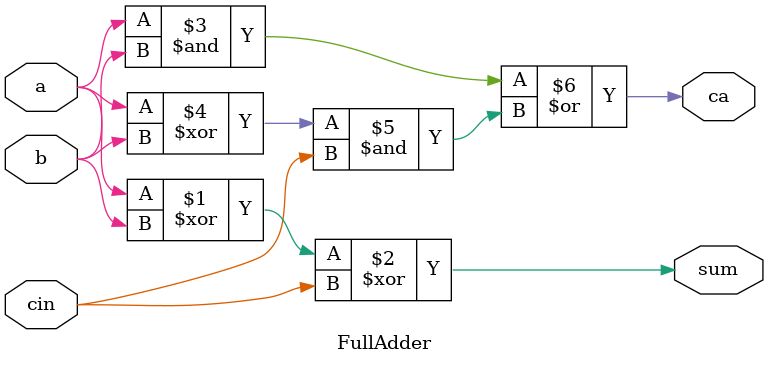
<source format=v>
module FullAdder (a,b,cin,sum, ca);
input a, b,cin;
output sum, ca;
	assign sum = a ^ b ^ cin;
	assign ca  = (a&b) | ((a^b)&cin);
endmodule

</source>
